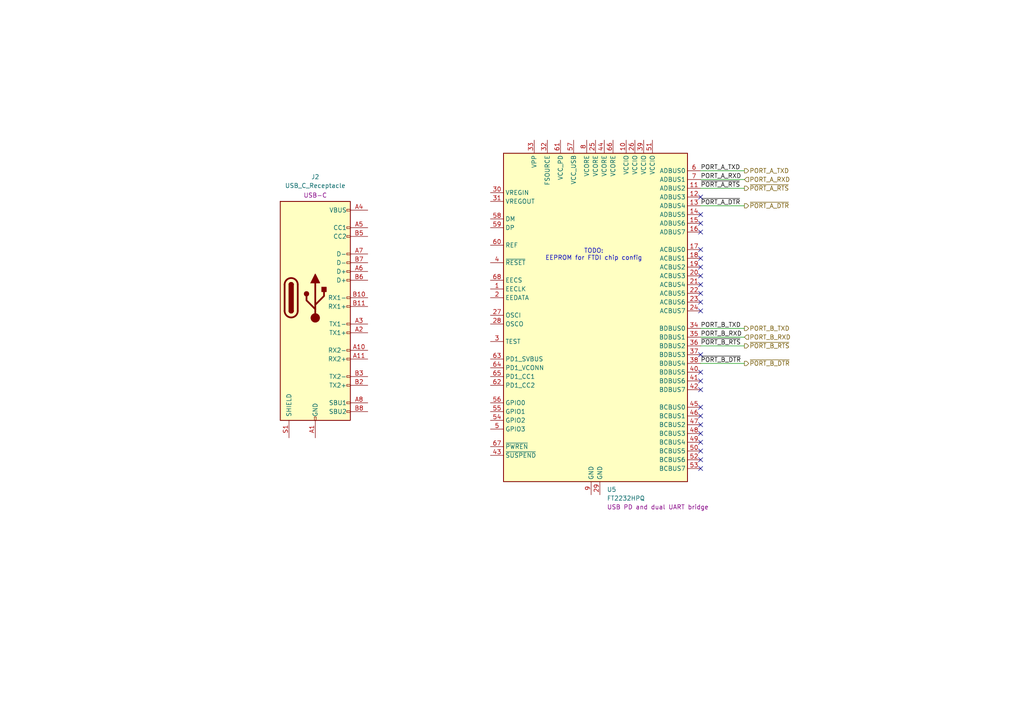
<source format=kicad_sch>
(kicad_sch (version 20231120) (generator "eeschema") (generator_version "8.0")
  (paper "A4")
  (lib_symbols
    (symbol "Connector:USB_C_Receptacle" (pin_names (offset 1.016))
      (property "Reference" "J" (at -10.16 29.21 0))
      (property "Value" "USB_C_Receptacle" (at 10.16 29.21 0))
      (symbol "USB_C_Receptacle_0_0"
        (rectangle (start -0.254 -35.56) (end 0.254 -34.544))
        (rectangle (start 10.16 -32.766) (end 9.144 -33.274))
        (rectangle (start 10.16 -30.226) (end 9.144 -30.734))
        (rectangle (start 10.16 -25.146) (end 9.144 -25.654))
        (rectangle (start 10.16 -22.606) (end 9.144 -23.114))
        (rectangle (start 10.16 -17.526) (end 9.144 -18.034))
        (rectangle (start 10.16 -14.986) (end 9.144 -15.494))
        (rectangle (start 10.16 -9.906) (end 9.144 -10.414))
        (rectangle (start 10.16 -7.366) (end 9.144 -7.874))
        (rectangle (start 10.16 -2.286) (end 9.144 -2.794))
        (rectangle (start 10.16 0.254) (end 9.144 -0.254))
        (rectangle (start 10.16 5.334) (end 9.144 4.826))
        (rectangle (start 10.16 7.874) (end 9.144 7.366))
        (rectangle (start 10.16 10.414) (end 9.144 9.906))
        (rectangle (start 10.16 12.954) (end 9.144 12.446))
        (rectangle (start 10.16 18.034) (end 9.144 17.526))
        (rectangle (start 10.16 20.574) (end 9.144 20.066))
        (rectangle (start 10.16 25.654) (end 9.144 25.146))
      )
      (symbol "USB_C_Receptacle_0_1"
        (rectangle (start -10.16 27.94) (end 10.16 -35.56) (stroke (width 0.254)) (fill (type background)))
        (arc (start -8.89 -3.81) (mid -6.985 -5.7067) (end -5.08 -3.81) (stroke (width 0.508)))
        (arc (start -7.62 -3.81) (mid -6.985 -4.4423) (end -6.35 -3.81) (stroke (width 0.254)))
        (arc (start -7.62 -3.81) (mid -6.985 -4.4423) (end -6.35 -3.81) (stroke (width 0.254)) (fill (type outline)))
        (rectangle (start -7.62 -3.81) (end -6.35 3.81) (stroke (width 0.254)) (fill (type outline)))
        (arc (start -6.35 3.81) (mid -6.985 4.4423) (end -7.62 3.81) (stroke (width 0.254)))
        (arc (start -6.35 3.81) (mid -6.985 4.4423) (end -7.62 3.81) (stroke (width 0.254)) (fill (type outline)))
        (arc (start -5.08 3.81) (mid -6.985 5.7067) (end -8.89 3.81) (stroke (width 0.508)))
        (polyline (pts (xy -8.89 -3.81) (xy -8.89 3.81)) (stroke (width 0.508)))
        (polyline (pts (xy -5.08 3.81) (xy -5.08 -3.81)) (stroke (width 0.508)))
      )
      (symbol "USB_C_Receptacle_1_1"
        (circle (center -2.54 1.143) (radius 0.635) (stroke (width 0.254)) (fill (type outline)))
        (circle (center 0 -5.842) (radius 1.27) (fill (type outline)))
        (polyline (pts (xy 0 -5.842) (xy 0 4.318)) (stroke (width 0.508)))
        (polyline (pts (xy 0 -3.302) (xy -2.54 -0.762) (xy -2.54 0.508)) (stroke (width 0.508)))
        (polyline (pts (xy 0 -2.032) (xy 2.54 0.508) (xy 2.54 1.778)) (stroke (width 0.508)))
        (polyline (pts (xy -1.27 4.318) (xy 0 6.858) (xy 1.27 4.318) (xy -1.27 4.318)) (stroke (width 0.254)) (fill (type outline)))
        (rectangle (start 1.905 1.778) (end 3.175 3.048) (stroke (width 0.254)) (fill (type outline)))
        (pin passive line (at 0 -40.64 90) (length 5.08) (name "GND") (number "A1"))
        (pin bidirectional line (at 15.24 -15.24 180) (length 5.08) (name "RX2-") (number "A10"))
        (pin bidirectional line (at 15.24 -17.78 180) (length 5.08) (name "RX2+") (number "A11"))
        (pin passive line (at 0 -40.64 90) (length 5.08) hide (name "GND") (number "A12"))
        (pin bidirectional line (at 15.24 -10.16 180) (length 5.08) (name "TX1+") (number "A2"))
        (pin bidirectional line (at 15.24 -7.62 180) (length 5.08) (name "TX1-") (number "A3"))
        (pin passive line (at 15.24 25.4 180) (length 5.08) (name "VBUS") (number "A4"))
        (pin bidirectional line (at 15.24 20.32 180) (length 5.08) (name "CC1") (number "A5"))
        (pin bidirectional line (at 15.24 7.62 180) (length 5.08) (name "D+") (number "A6"))
        (pin bidirectional line (at 15.24 12.7 180) (length 5.08) (name "D-") (number "A7"))
        (pin bidirectional line (at 15.24 -30.48 180) (length 5.08) (name "SBU1") (number "A8"))
        (pin passive line (at 15.24 25.4 180) (length 5.08) hide (name "VBUS") (number "A9"))
        (pin passive line (at 0 -40.64 90) (length 5.08) hide (name "GND") (number "B1"))
        (pin bidirectional line (at 15.24 0 180) (length 5.08) (name "RX1-") (number "B10"))
        (pin bidirectional line (at 15.24 -2.54 180) (length 5.08) (name "RX1+") (number "B11"))
        (pin passive line (at 0 -40.64 90) (length 5.08) hide (name "GND") (number "B12"))
        (pin bidirectional line (at 15.24 -25.4 180) (length 5.08) (name "TX2+") (number "B2"))
        (pin bidirectional line (at 15.24 -22.86 180) (length 5.08) (name "TX2-") (number "B3"))
        (pin passive line (at 15.24 25.4 180) (length 5.08) hide (name "VBUS") (number "B4"))
        (pin bidirectional line (at 15.24 17.78 180) (length 5.08) (name "CC2") (number "B5"))
        (pin bidirectional line (at 15.24 5.08 180) (length 5.08) (name "D+") (number "B6"))
        (pin bidirectional line (at 15.24 10.16 180) (length 5.08) (name "D-") (number "B7"))
        (pin bidirectional line (at 15.24 -33.02 180) (length 5.08) (name "SBU2") (number "B8"))
        (pin passive line (at 15.24 25.4 180) (length 5.08) hide (name "VBUS") (number "B9"))
        (pin passive line (at -7.62 -40.64 90) (length 5.08) (name "SHIELD") (number "S1"))
      )
    )
    (symbol "xengineering:FT2232HPQ"
      (property "Reference" "U" (at 20.828 52.07 0))
      (property "Value" "FT2232HPQ" (at 25.654 49.53 0))
      (symbol "FT2232HPQ_0_1"
        (rectangle (start -26.67 46.99) (end 26.67 -48.26) (stroke (width 0.254)) (fill (type background)))
      )
      (symbol "FT2232HPQ_1_1"
        (pin output line (at -30.48 7.62 0) (length 3.81) (name "EECLK") (number "1"))
        (pin input line (at 8.89 50.8 270) (length 3.81) (name "VCCIO") (number "10"))
        (pin bidirectional line (at 30.48 36.83 180) (length 3.81) (name "ADBUS2") (number "11"))
        (pin bidirectional line (at 30.48 34.29 180) (length 3.81) (name "ADBUS3") (number "12"))
        (pin bidirectional line (at 30.48 31.75 180) (length 3.81) (name "ADBUS4") (number "13"))
        (pin bidirectional line (at 30.48 29.21 180) (length 3.81) (name "ADBUS5") (number "14"))
        (pin bidirectional line (at 30.48 26.67 180) (length 3.81) (name "ADBUS6") (number "15"))
        (pin bidirectional line (at 30.48 24.13 180) (length 3.81) (name "ADBUS7") (number "16"))
        (pin bidirectional line (at 30.48 19.05 180) (length 3.81) (name "ACBUS0") (number "17"))
        (pin bidirectional line (at 30.48 16.51 180) (length 3.81) (name "ACBUS1") (number "18"))
        (pin bidirectional line (at 30.48 13.97 180) (length 3.81) (name "ACBUS2") (number "19"))
        (pin bidirectional line (at -30.48 5.08 0) (length 3.81) (name "EEDATA") (number "2"))
        (pin bidirectional line (at 30.48 11.43 180) (length 3.81) (name "ACBUS3") (number "20"))
        (pin bidirectional line (at 30.48 8.89 180) (length 3.81) (name "ACBUS4") (number "21"))
        (pin bidirectional line (at 30.48 6.35 180) (length 3.81) (name "ACBUS5") (number "22"))
        (pin bidirectional line (at 30.48 3.81 180) (length 3.81) (name "ACBUS6") (number "23"))
        (pin bidirectional line (at 30.48 1.27 180) (length 3.81) (name "ACBUS7") (number "24"))
        (pin input line (at 0 50.8 270) (length 3.81) (name "VCORE") (number "25"))
        (pin input line (at 11.43 50.8 270) (length 3.81) (name "VCCIO") (number "26"))
        (pin input line (at -30.48 0 0) (length 3.81) (name "OSCI") (number "27"))
        (pin output line (at -30.48 -2.54 0) (length 3.81) (name "OSCO") (number "28"))
        (pin input line (at 1.27 -52.07 90) (length 3.81) (name "GND") (number "29"))
        (pin input line (at -30.48 -7.62 0) (length 3.81) (name "TEST") (number "3"))
        (pin input line (at -30.48 35.56 0) (length 3.81) (name "VREGIN") (number "30"))
        (pin output line (at -30.48 33.02 0) (length 3.81) (name "VREGOUT") (number "31"))
        (pin input line (at -13.97 50.8 270) (length 3.81) (name "FSOURCE") (number "32"))
        (pin input line (at -17.78 50.8 270) (length 3.81) (name "VPP") (number "33"))
        (pin bidirectional line (at 30.48 -3.81 180) (length 3.81) (name "BDBUS0") (number "34"))
        (pin bidirectional line (at 30.48 -6.35 180) (length 3.81) (name "BDBUS1") (number "35"))
        (pin bidirectional line (at 30.48 -8.89 180) (length 3.81) (name "BDBUS2") (number "36"))
        (pin bidirectional line (at 30.48 -11.43 180) (length 3.81) (name "BDBUS3") (number "37"))
        (pin bidirectional line (at 30.48 -13.97 180) (length 3.81) (name "BDBUS4") (number "38"))
        (pin input line (at 13.97 50.8 270) (length 3.81) (name "VCCIO") (number "39"))
        (pin input line (at -30.48 15.24 0) (length 3.81) (name "~{RESET}") (number "4"))
        (pin bidirectional line (at 30.48 -16.51 180) (length 3.81) (name "BDBUS5") (number "40"))
        (pin bidirectional line (at 30.48 -19.05 180) (length 3.81) (name "BDBUS6") (number "41"))
        (pin bidirectional line (at 30.48 -21.59 180) (length 3.81) (name "BDBUS7") (number "42"))
        (pin output line (at -30.48 -40.64 0) (length 3.81) (name "~{SUSPEND}") (number "43"))
        (pin input line (at 2.54 50.8 270) (length 3.81) (name "VCORE") (number "44"))
        (pin bidirectional line (at 30.48 -26.67 180) (length 3.81) (name "BCBUS0") (number "45"))
        (pin bidirectional line (at 30.48 -29.21 180) (length 3.81) (name "BCBUS1") (number "46"))
        (pin bidirectional line (at 30.48 -31.75 180) (length 3.81) (name "BCBUS2") (number "47"))
        (pin bidirectional line (at 30.48 -34.29 180) (length 3.81) (name "BCBUS3") (number "48"))
        (pin bidirectional line (at 30.48 -36.83 180) (length 3.81) (name "BCBUS4") (number "49"))
        (pin bidirectional line (at -30.48 -33.02 0) (length 3.81) (name "GPIO3") (number "5"))
        (pin bidirectional line (at 30.48 -39.37 180) (length 3.81) (name "BCBUS5") (number "50"))
        (pin input line (at 16.51 50.8 270) (length 3.81) (name "VCCIO") (number "51"))
        (pin bidirectional line (at 30.48 -41.91 180) (length 3.81) (name "BCBUS6") (number "52"))
        (pin bidirectional line (at 30.48 -44.45 180) (length 3.81) (name "BCBUS7") (number "53"))
        (pin bidirectional line (at -30.48 -30.48 0) (length 3.81) (name "GPIO2") (number "54"))
        (pin bidirectional line (at -30.48 -27.94 0) (length 3.81) (name "GPIO1") (number "55"))
        (pin bidirectional line (at -30.48 -25.4 0) (length 3.81) (name "GPIO0") (number "56"))
        (pin input line (at -6.35 50.8 270) (length 3.81) (name "VCC_USB") (number "57"))
        (pin bidirectional line (at -30.48 27.94 0) (length 3.81) (name "DM") (number "58"))
        (pin bidirectional line (at -30.48 25.4 0) (length 3.81) (name "DP") (number "59"))
        (pin bidirectional line (at 30.48 41.91 180) (length 3.81) (name "ADBUS0") (number "6"))
        (pin input line (at -30.48 20.32 0) (length 3.81) (name "REF") (number "60"))
        (pin input line (at -10.16 50.8 270) (length 3.81) (name "VCC_PD") (number "61"))
        (pin bidirectional line (at -30.48 -20.32 0) (length 3.81) (name "PD1_CC2") (number "62"))
        (pin input line (at -30.48 -12.7 0) (length 3.81) (name "PD1_SVBUS") (number "63"))
        (pin input line (at -30.48 -15.24 0) (length 3.81) (name "PD1_VCONN") (number "64"))
        (pin bidirectional line (at -30.48 -17.78 0) (length 3.81) (name "PD1_CC1") (number "65"))
        (pin input line (at 5.08 50.8 270) (length 3.81) (name "VCORE") (number "66"))
        (pin output line (at -30.48 -38.1 0) (length 3.81) (name "~{PWREN}") (number "67"))
        (pin bidirectional line (at -30.48 10.16 0) (length 3.81) (name "EECS") (number "68"))
        (pin bidirectional line (at 30.48 39.37 180) (length 3.81) (name "ADBUS1") (number "7"))
        (pin input line (at -2.54 50.8 270) (length 3.81) (name "VCORE") (number "8"))
        (pin input line (at -1.27 -52.07 90) (length 3.81) (name "GND") (number "9"))
      )
    )
  )
  (no_connect (at 203.2 80.01))
  (no_connect (at 203.2 128.27))
  (no_connect (at 203.2 120.65))
  (no_connect (at 203.2 118.11))
  (no_connect (at 203.2 133.35))
  (no_connect (at 203.2 87.63))
  (no_connect (at 203.2 74.93))
  (no_connect (at 203.2 85.09))
  (no_connect (at 203.2 110.49))
  (no_connect (at 203.2 102.87))
  (no_connect (at 203.2 77.47))
  (no_connect (at 203.2 82.55))
  (no_connect (at 203.2 130.81))
  (no_connect (at 203.2 62.23))
  (no_connect (at 203.2 107.95))
  (no_connect (at 203.2 135.89))
  (no_connect (at 203.2 67.31))
  (no_connect (at 203.2 57.15))
  (no_connect (at 203.2 64.77))
  (no_connect (at 203.2 123.19))
  (no_connect (at 203.2 113.03))
  (no_connect (at 203.2 125.73))
  (no_connect (at 203.2 72.39))
  (no_connect (at 203.2 90.17))
  (wire (pts (xy 203.2 59.69) (xy 215.9 59.69)))
  (wire (pts (xy 203.2 54.61) (xy 215.9 54.61)))
  (wire (pts (xy 203.2 95.25) (xy 215.9 95.25)))
  (wire (pts (xy 203.2 105.41) (xy 215.9 105.41)))
  (wire (pts (xy 203.2 100.33) (xy 215.9 100.33)))
  (wire (pts (xy 203.2 52.07) (xy 215.9 52.07)))
  (wire (pts (xy 203.2 49.53) (xy 215.9 49.53)))
  (wire (pts (xy 203.2 97.79) (xy 215.9 97.79)))
  (text "TODO:\nEEPROM for FTDI chip config" (at 172.212 73.914 0) (effects (font (size 1.27 1.27))))
  (label "~{PORT_A_RTS}" (at 203.2 54.61 0))
  (label "PORT_B_RXD" (at 203.2 97.79 0))
  (label "PORT_B_TXD" (at 203.2 95.25 0))
  (label "~{PORT_A_DTR}" (at 203.2 59.69 0))
  (label "PORT_A_RXD" (at 203.2 52.07 0))
  (label "~{PORT_B_DTR}" (at 203.2 105.41 0))
  (label "~{PORT_B_RTS}" (at 203.2 100.33 0))
  (label "PORT_A_TXD" (at 203.2 49.53 0))
  (hierarchical_label "~{PORT_B_RTS}" (shape output) (at 215.9 100.33 0))
  (hierarchical_label "~{PORT_A_DTR}" (shape output) (at 215.9 59.69 0))
  (hierarchical_label "PORT_B_RXD" (shape input) (at 215.9 97.79 0))
  (hierarchical_label "~{PORT_A_RTS}" (shape output) (at 215.9 54.61 0))
  (hierarchical_label "PORT_A_TXD" (shape output) (at 215.9 49.53 0))
  (hierarchical_label "~{PORT_B_DTR}" (shape output) (at 215.9 105.41 0))
  (hierarchical_label "PORT_A_RXD" (shape input) (at 215.9 52.07 0))
  (hierarchical_label "PORT_B_TXD" (shape output) (at 215.9 95.25 0))
  (symbol (lib_id "Connector:USB_C_Receptacle") (at 91.44 86.36 0) (unit 1)
    (property "Reference" "J2" (at 91.44 51.308 0))
    (property "Value" "USB_C_Receptacle" (at 91.44 53.848 0))
    (property "Datasheet" "https://cdn.amphenol-cs.com/media/wysiwyg/files/documentation/datasheet/inputoutput/io_usb_3_2_type_c.pdf" (effects (hide yes)))
    (property "Description" "USB-C" (at 91.44 56.642 0))
    (property "MPN" "12401610E4#2A" (effects (hide yes)))
    (property "Manufacturer" "Amphenol ICC" (effects (hide yes)))
  )
  (symbol (lib_id "xengineering:FT2232HPQ") (at 172.72 91.44 0) (unit 1)
    (property "Reference" "U5" (at 176.022 141.986 0) (effects (justify left)))
    (property "Value" "FT2232HPQ" (at 176.022 144.526 0) (effects (justify left)))
    (property "Datasheet" "https://ftdichip.com/wp-content/uploads/2024/09/DS_FT2233HP.pdf" (effects (hide yes)))
    (property "Description" "USB PD and dual UART bridge" (at 176.022 147.066 0) (effects (justify left)))
    (property "Manufacturer" "FTDI Limited" (effects (hide yes)))
    (property "MPN" "FT2232HPQ-TRAY" (effects (hide yes)))
  )
)
</source>
